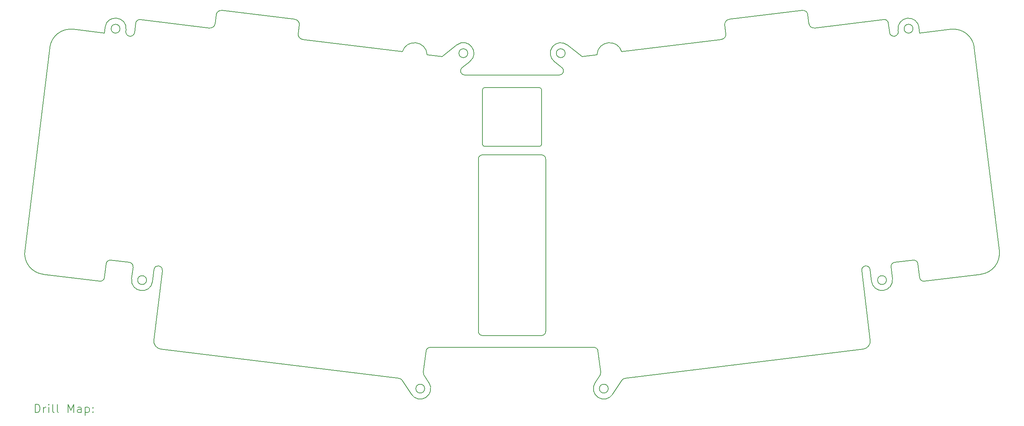
<source format=gbr>
%TF.GenerationSoftware,KiCad,Pcbnew,7.0.7-7.0.7~ubuntu23.04.1*%
%TF.CreationDate,Date%
%TF.ProjectId,le_capybara_plate,6c655f63-6170-4796-9261-72615f706c61,v0.1*%
%TF.SameCoordinates,PX8bd8a70PY50733a9*%
%TF.FileFunction,Drillmap*%
%TF.FilePolarity,Positive*%
%FSLAX45Y45*%
G04 Gerber Fmt 4.5, Leading zero omitted, Abs format (unit mm)*
G04 Created by KiCad*
%MOMM*%
%LPD*%
G01*
G04 APERTURE LIST*
%ADD10C,0.200000*%
G04 APERTURE END LIST*
D10*
X7768292Y-5899563D02*
X9505248Y-6112834D01*
X13000263Y-6996607D02*
X13352501Y-6720889D01*
X24349350Y-12254164D02*
G75*
G03*
X24460788Y-12341232I99260J12194D01*
G01*
X17344395Y-14654494D02*
X23002554Y-13959760D01*
X15313947Y-9135806D02*
X14013947Y-9135806D01*
X5019723Y-11927357D02*
X4979547Y-12254570D01*
X3086355Y-11619111D02*
G75*
G03*
X3521694Y-12176319I496255J-60949D01*
G01*
X13660987Y-7114385D02*
G75*
G03*
X13352501Y-6720889I-154247J196745D01*
G01*
X16636342Y-14759971D02*
G75*
G03*
X17055221Y-15032984I209438J-136509D01*
G01*
X13611743Y-6917636D02*
G75*
G03*
X13611743Y-6917636I-105000J0D01*
G01*
X5131165Y-11840286D02*
G75*
G03*
X5019723Y-11927357I-12195J-99244D01*
G01*
X6155813Y-12066852D02*
X6121562Y-12345799D01*
X12273674Y-15033392D02*
X12056088Y-14699552D01*
X5574672Y-6512416D02*
X5582675Y-6513399D01*
X25807199Y-12175911D02*
G75*
G03*
X26242538Y-11618705I-60919J496261D01*
G01*
X9609729Y-6246564D02*
X9583984Y-6456240D01*
X23002554Y-13959759D02*
G75*
G03*
X23176689Y-13736877I-24374J198509D01*
G01*
X12720579Y-13914990D02*
X16608264Y-13914636D01*
X24349347Y-12254164D02*
X24309170Y-11926951D01*
X5487603Y-6400975D02*
G75*
G03*
X5574672Y-6512416I99257J-12185D01*
G01*
X6152205Y-13737283D02*
X6354315Y-12091221D01*
X5659546Y-12005918D02*
G75*
G03*
X5572472Y-11894475I-99266J12178D01*
G01*
X5625289Y-12284864D02*
X5659540Y-12005917D01*
X21720071Y-6213315D02*
G75*
G03*
X21853807Y-6317795I119129J14655D01*
G01*
X6326340Y-13960166D02*
X11984498Y-14654900D01*
X24335684Y-6303549D02*
G75*
G03*
X23836896Y-6364792I-249394J-30621D01*
G01*
X23207331Y-12345393D02*
X23173081Y-12066446D01*
X7475087Y-6318200D02*
G75*
G03*
X7608817Y-6213720I14613J119120D01*
G01*
X19640428Y-6589563D02*
G75*
G03*
X19744910Y-6455834I-14608J119093D01*
G01*
X23207335Y-12345393D02*
G75*
G03*
X23703604Y-12284458I248135J30463D01*
G01*
X14013947Y-7735806D02*
X15313947Y-7735806D01*
X9583985Y-6456240D02*
G75*
G03*
X9688465Y-6589969I119085J-14640D01*
G01*
X13477932Y-7257363D02*
G75*
G03*
X13539500Y-7436170I61558J-78807D01*
G01*
X9609728Y-6246564D02*
G75*
G03*
X9505248Y-6112834I-119118J14614D01*
G01*
X25648849Y-6783501D02*
X26242538Y-11618705D01*
X15927151Y-6917230D02*
G75*
G03*
X15927151Y-6917230I-105000J0D01*
G01*
X12646321Y-6952766D02*
X13000263Y-6996607D01*
X15464069Y-9434813D02*
X15464069Y-13534813D01*
X13539500Y-7436170D02*
X15789529Y-7435847D01*
X24352305Y-6438942D02*
X25091641Y-6348163D01*
X16328630Y-6996201D02*
X16682573Y-6952360D01*
X15364069Y-13634813D02*
X13964069Y-13634813D01*
X13660985Y-7114383D02*
X13477930Y-7257360D01*
X5491997Y-6365198D02*
G75*
G03*
X4993213Y-6303955I-249392J30621D01*
G01*
X21853807Y-6317795D02*
X23495992Y-6116160D01*
X5625289Y-12284864D02*
G75*
G03*
X6121562Y-12345799I248137J-30467D01*
G01*
X16170920Y-6872985D02*
X16328630Y-6996201D01*
X4237252Y-6348569D02*
X4976589Y-6439348D01*
X5832901Y-6116571D02*
G75*
G03*
X5721460Y-6203634I-12191J-99249D01*
G01*
X12720579Y-13914988D02*
G75*
G03*
X12621475Y-14001701I11J-100002D01*
G01*
X12646323Y-6952766D02*
G75*
G03*
X12058733Y-6880619I-300253J-16524D01*
G01*
X23756422Y-11894072D02*
G75*
G03*
X23669354Y-12005511I12178J-99248D01*
G01*
X15976392Y-6720482D02*
X16170920Y-6872985D01*
X4237252Y-6348570D02*
G75*
G03*
X3680044Y-6783907I-60922J-496290D01*
G01*
X13864077Y-13534813D02*
G75*
G03*
X13964069Y-13634813I100023J23D01*
G01*
X19744910Y-6455834D02*
X19719165Y-6246158D01*
X23669354Y-12005511D02*
X23703604Y-12284458D01*
X23560468Y-12314926D02*
G75*
G03*
X23560468Y-12314926I-105000J0D01*
G01*
X5832902Y-6116566D02*
X7475087Y-6318201D01*
X15363954Y-7785806D02*
G75*
G03*
X15313947Y-7735806I-50004J-4D01*
G01*
X25807199Y-12175913D02*
X24460788Y-12341232D01*
X23607431Y-6203228D02*
G75*
G03*
X23495992Y-6116160I-99251J-12182D01*
G01*
X17272806Y-14699146D02*
X17055220Y-15032986D01*
X15363947Y-7785806D02*
X15363947Y-9085806D01*
X4868105Y-12341637D02*
G75*
G03*
X4979547Y-12254570I12185J99257D01*
G01*
X5582675Y-6513397D02*
G75*
G03*
X5694116Y-6426331I12185J99257D01*
G01*
X16707385Y-14001340D02*
X16774719Y-14503251D01*
X23634779Y-6425925D02*
G75*
G03*
X23746219Y-6512993I99261J12195D01*
G01*
X13964069Y-9334813D02*
X15364069Y-9334813D01*
X16707385Y-14001340D02*
G75*
G03*
X16608264Y-13914636I-99115J-13300D01*
G01*
X19823646Y-6112429D02*
X21560602Y-5899157D01*
X12588114Y-14896882D02*
G75*
G03*
X12588114Y-14896882I-105000J0D01*
G01*
X24191288Y-6334171D02*
G75*
G03*
X24191288Y-6334171I-105000J0D01*
G01*
X23836896Y-6364792D02*
X23841289Y-6400569D01*
X23607433Y-6203228D02*
X23634777Y-6425925D01*
X13964069Y-9334809D02*
G75*
G03*
X13864069Y-9434813I1J-100001D01*
G01*
X25648854Y-6783501D02*
G75*
G03*
X25091641Y-6348163I-496284J-60949D01*
G01*
X12273673Y-15033389D02*
G75*
G03*
X12692555Y-14760375I209444J136503D01*
G01*
X9688465Y-6589970D02*
X12058733Y-6880619D01*
X17270160Y-6880213D02*
X19640428Y-6589564D01*
X15313947Y-9135807D02*
G75*
G03*
X15363947Y-9085806I3J49997D01*
G01*
X24309168Y-11926952D02*
G75*
G03*
X24197729Y-11839884I-99248J-12178D01*
G01*
X15464067Y-9434813D02*
G75*
G03*
X15364069Y-9334813I-99997J3D01*
G01*
X16636338Y-14759969D02*
X16759388Y-14571135D01*
X15976392Y-6720483D02*
G75*
G03*
X15667909Y-7113977I-154242J-196747D01*
G01*
X13963947Y-9085806D02*
X13963947Y-7785806D01*
X15789529Y-7435849D02*
G75*
G03*
X15851070Y-7257038I-9J99999D01*
G01*
X16950780Y-14896476D02*
G75*
G03*
X16950780Y-14896476I-105000J0D01*
G01*
X4868105Y-12341638D02*
X3521694Y-12176319D01*
X23756422Y-11894069D02*
X24197729Y-11839884D01*
X5131165Y-11840290D02*
X5572472Y-11894475D01*
X12554177Y-14503658D02*
G75*
G03*
X12569505Y-14571541I99113J-13292D01*
G01*
X12569505Y-14571541D02*
X12692555Y-14760375D01*
X5487605Y-6400975D02*
X5491997Y-6365198D01*
X17344396Y-14654496D02*
G75*
G03*
X17272806Y-14699146I12184J-99254D01*
G01*
X17270160Y-6880213D02*
G75*
G03*
X16682573Y-6952360I-287335J-88673D01*
G01*
X21694332Y-6003638D02*
X21720076Y-6213314D01*
X23173082Y-12066442D02*
G75*
G03*
X22974578Y-12090815I-99252J-12188D01*
G01*
X24352260Y-6438580D02*
X24335681Y-6303549D01*
X16759388Y-14571135D02*
G75*
G03*
X16774719Y-14503251I-83778J54595D01*
G01*
X6152205Y-13737283D02*
G75*
G03*
X6326340Y-13960166I198505J-24377D01*
G01*
X13864069Y-13534813D02*
X13864069Y-9434813D01*
X19823646Y-6112427D02*
G75*
G03*
X19719165Y-6246158I14634J-119113D01*
G01*
X23746219Y-6512993D02*
X23754221Y-6512010D01*
X7608817Y-6213720D02*
X7634562Y-6004044D01*
X5978426Y-12315332D02*
G75*
G03*
X5978426Y-12315332I-105000J0D01*
G01*
X12554174Y-14503657D02*
X12621475Y-14001701D01*
X5694116Y-6426331D02*
X5721460Y-6203634D01*
X12056089Y-14699551D02*
G75*
G03*
X11984498Y-14654900I-83779J-54609D01*
G01*
X15851070Y-7257038D02*
X15667909Y-7113977D01*
X13963954Y-9085806D02*
G75*
G03*
X14013947Y-9135806I49996J-4D01*
G01*
X5347605Y-6334577D02*
G75*
G03*
X5347605Y-6334577I-105000J0D01*
G01*
X15364069Y-13634819D02*
G75*
G03*
X15464069Y-13534813I-9J100009D01*
G01*
X14013947Y-7735807D02*
G75*
G03*
X13963947Y-7785806I3J-50003D01*
G01*
X3086356Y-11619111D02*
X3680044Y-6783907D01*
X4993213Y-6303955D02*
X4976633Y-6438986D01*
X21694340Y-6003637D02*
G75*
G03*
X21560602Y-5899157I-119120J-14643D01*
G01*
X23754221Y-6512008D02*
G75*
G03*
X23841289Y-6400569I-12191J99258D01*
G01*
X22974578Y-12090815D02*
X23176689Y-13736877D01*
X6354308Y-12091220D02*
G75*
G03*
X6155813Y-12066848I-99248J12180D01*
G01*
X7768292Y-5899557D02*
G75*
G03*
X7634562Y-6004044I-14603J-119133D01*
G01*
X3333403Y-15468369D02*
X3333403Y-15268369D01*
X3333403Y-15268369D02*
X3381022Y-15268369D01*
X3381022Y-15268369D02*
X3409593Y-15277893D01*
X3409593Y-15277893D02*
X3428641Y-15296941D01*
X3428641Y-15296941D02*
X3438165Y-15315988D01*
X3438165Y-15315988D02*
X3447689Y-15354084D01*
X3447689Y-15354084D02*
X3447689Y-15382655D01*
X3447689Y-15382655D02*
X3438165Y-15420750D01*
X3438165Y-15420750D02*
X3428641Y-15439798D01*
X3428641Y-15439798D02*
X3409593Y-15458846D01*
X3409593Y-15458846D02*
X3381022Y-15468369D01*
X3381022Y-15468369D02*
X3333403Y-15468369D01*
X3533403Y-15468369D02*
X3533403Y-15335036D01*
X3533403Y-15373131D02*
X3542927Y-15354084D01*
X3542927Y-15354084D02*
X3552450Y-15344560D01*
X3552450Y-15344560D02*
X3571498Y-15335036D01*
X3571498Y-15335036D02*
X3590546Y-15335036D01*
X3657212Y-15468369D02*
X3657212Y-15335036D01*
X3657212Y-15268369D02*
X3647689Y-15277893D01*
X3647689Y-15277893D02*
X3657212Y-15287417D01*
X3657212Y-15287417D02*
X3666736Y-15277893D01*
X3666736Y-15277893D02*
X3657212Y-15268369D01*
X3657212Y-15268369D02*
X3657212Y-15287417D01*
X3781022Y-15468369D02*
X3761974Y-15458846D01*
X3761974Y-15458846D02*
X3752450Y-15439798D01*
X3752450Y-15439798D02*
X3752450Y-15268369D01*
X3885784Y-15468369D02*
X3866736Y-15458846D01*
X3866736Y-15458846D02*
X3857212Y-15439798D01*
X3857212Y-15439798D02*
X3857212Y-15268369D01*
X4114355Y-15468369D02*
X4114355Y-15268369D01*
X4114355Y-15268369D02*
X4181022Y-15411227D01*
X4181022Y-15411227D02*
X4247689Y-15268369D01*
X4247689Y-15268369D02*
X4247689Y-15468369D01*
X4428641Y-15468369D02*
X4428641Y-15363608D01*
X4428641Y-15363608D02*
X4419117Y-15344560D01*
X4419117Y-15344560D02*
X4400070Y-15335036D01*
X4400070Y-15335036D02*
X4361974Y-15335036D01*
X4361974Y-15335036D02*
X4342927Y-15344560D01*
X4428641Y-15458846D02*
X4409593Y-15468369D01*
X4409593Y-15468369D02*
X4361974Y-15468369D01*
X4361974Y-15468369D02*
X4342927Y-15458846D01*
X4342927Y-15458846D02*
X4333403Y-15439798D01*
X4333403Y-15439798D02*
X4333403Y-15420750D01*
X4333403Y-15420750D02*
X4342927Y-15401703D01*
X4342927Y-15401703D02*
X4361974Y-15392179D01*
X4361974Y-15392179D02*
X4409593Y-15392179D01*
X4409593Y-15392179D02*
X4428641Y-15382655D01*
X4523879Y-15335036D02*
X4523879Y-15535036D01*
X4523879Y-15344560D02*
X4542927Y-15335036D01*
X4542927Y-15335036D02*
X4581022Y-15335036D01*
X4581022Y-15335036D02*
X4600070Y-15344560D01*
X4600070Y-15344560D02*
X4609593Y-15354084D01*
X4609593Y-15354084D02*
X4619117Y-15373131D01*
X4619117Y-15373131D02*
X4619117Y-15430274D01*
X4619117Y-15430274D02*
X4609593Y-15449322D01*
X4609593Y-15449322D02*
X4600070Y-15458846D01*
X4600070Y-15458846D02*
X4581022Y-15468369D01*
X4581022Y-15468369D02*
X4542927Y-15468369D01*
X4542927Y-15468369D02*
X4523879Y-15458846D01*
X4704832Y-15449322D02*
X4714355Y-15458846D01*
X4714355Y-15458846D02*
X4704832Y-15468369D01*
X4704832Y-15468369D02*
X4695308Y-15458846D01*
X4695308Y-15458846D02*
X4704832Y-15449322D01*
X4704832Y-15449322D02*
X4704832Y-15468369D01*
X4704832Y-15344560D02*
X4714355Y-15354084D01*
X4714355Y-15354084D02*
X4704832Y-15363608D01*
X4704832Y-15363608D02*
X4695308Y-15354084D01*
X4695308Y-15354084D02*
X4704832Y-15344560D01*
X4704832Y-15344560D02*
X4704832Y-15363608D01*
M02*

</source>
